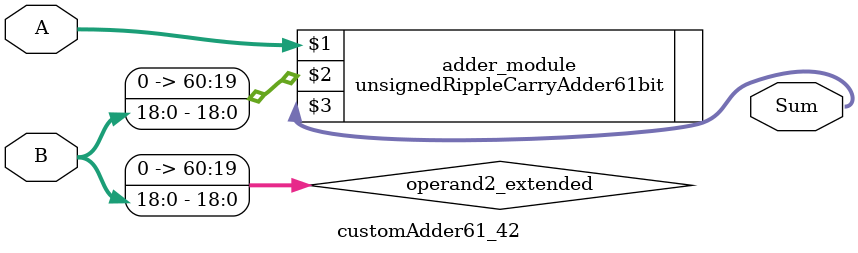
<source format=v>
module customAdder61_42(
                        input [60 : 0] A,
                        input [18 : 0] B,
                        
                        output [61 : 0] Sum
                );

        wire [60 : 0] operand2_extended;
        
        assign operand2_extended =  {42'b0, B};
        
        unsignedRippleCarryAdder61bit adder_module(
            A,
            operand2_extended,
            Sum
        );
        
        endmodule
        
</source>
